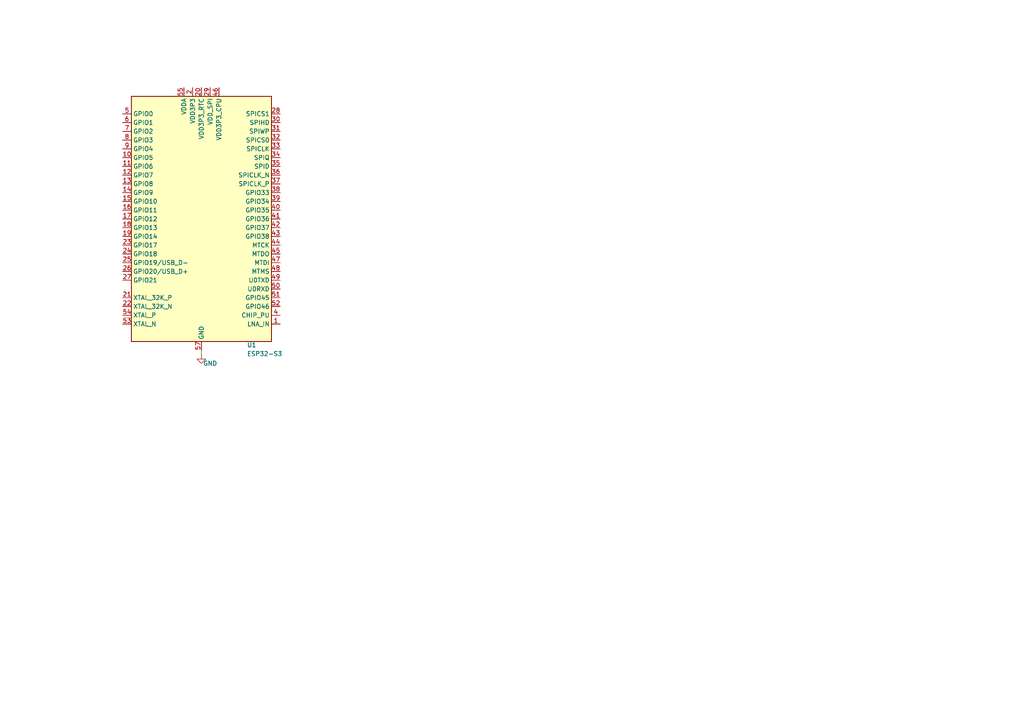
<source format=kicad_sch>
(kicad_sch (version 20250114) (generator "eeschema") (generator_version "9.0")
  (paper "A4")
  (lib_symbols
    (symbol "MCU_Espressif:ESP32-S3"
      (property "Reference" "U" (at 10.16 -38.1 0))
      (property "Value" "ESP32-S3" (at 13.97 -40.64 0))
      (symbol "ESP32-S3_0_1"
        (rectangle (start -20.32 35.56) (end 20.32 -35.56) (stroke (width 0.254)) (fill (type background)))
      )
      (symbol "ESP32-S3_1_0"
        (pin passive line (at -5.08 38.1 270) (length 2.54) (hide yes) (name "VDDA") (number "56"))
        (pin bidirectional line (at 22.86 12.7 180) (length 2.54) (name "SPICLK_N") (number "36"))
        (pin bidirectional line (at 22.86 -10.16 180) (length 2.54) (name "MTDO") (number "45"))
        (pin bidirectional line (at 22.86 -22.86 180) (length 2.54) (name "GPIO45") (number "51"))
      )
      (symbol "ESP32-S3_1_1"
        (pin bidirectional line (at -22.86 30.48 0) (length 2.54) (name "GPIO0") (number "5"))
        (pin bidirectional line (at -22.86 27.94 0) (length 2.54) (name "GPIO1") (number "6"))
        (pin bidirectional line (at -22.86 25.4 0) (length 2.54) (name "GPIO2") (number "7"))
        (pin bidirectional line (at -22.86 22.86 0) (length 2.54) (name "GPIO3") (number "8"))
        (pin bidirectional line (at -22.86 20.32 0) (length 2.54) (name "GPIO4") (number "9"))
        (pin bidirectional line (at -22.86 17.78 0) (length 2.54) (name "GPIO5") (number "10"))
        (pin bidirectional line (at -22.86 15.24 0) (length 2.54) (name "GPIO6") (number "11"))
        (pin bidirectional line (at -22.86 12.7 0) (length 2.54) (name "GPIO7") (number "12"))
        (pin bidirectional line (at -22.86 10.16 0) (length 2.54) (name "GPIO8") (number "13"))
        (pin bidirectional line (at -22.86 7.62 0) (length 2.54) (name "GPIO9") (number "14"))
        (pin bidirectional line (at -22.86 5.08 0) (length 2.54) (name "GPIO10") (number "15"))
        (pin bidirectional line (at -22.86 2.54 0) (length 2.54) (name "GPIO11") (number "16"))
        (pin bidirectional line (at -22.86 0 0) (length 2.54) (name "GPIO12") (number "17"))
        (pin bidirectional line (at -22.86 -2.54 0) (length 2.54) (name "GPIO13") (number "18"))
        (pin bidirectional line (at -22.86 -5.08 0) (length 2.54) (name "GPIO14") (number "19"))
        (pin bidirectional line (at -22.86 -7.62 0) (length 2.54) (name "GPIO17") (number "23"))
        (pin bidirectional line (at -22.86 -10.16 0) (length 2.54) (name "GPIO18") (number "24"))
        (pin bidirectional line (at -22.86 -12.7 0) (length 2.54) (name "GPIO19/USB_D-") (number "25"))
        (pin bidirectional line (at -22.86 -15.24 0) (length 2.54) (name "GPIO20/USB_D+") (number "26"))
        (pin bidirectional line (at -22.86 -17.78 0) (length 2.54) (name "GPIO21") (number "27"))
        (pin passive line (at -22.86 -22.86 0) (length 2.54) (name "XTAL_32K_P") (number "21"))
        (pin passive line (at -22.86 -25.4 0) (length 2.54) (name "XTAL_32K_N") (number "22"))
        (pin input line (at -22.86 -27.94 0) (length 2.54) (name "XTAL_P") (number "54"))
        (pin output line (at -22.86 -30.48 0) (length 2.54) (name "XTAL_N") (number "53"))
        (pin power_in line (at -5.08 38.1 270) (length 2.54) (name "VDDA") (number "55"))
        (pin power_in line (at -2.54 38.1 270) (length 2.54) (name "VDD3P3") (number "2"))
        (pin passive line (at -2.54 38.1 270) (length 2.54) (hide yes) (name "VDD3P3") (number "3"))
        (pin power_in line (at 0 38.1 270) (length 2.54) (name "VDD3P3_RTC") (number "20"))
        (pin power_in line (at 0 -38.1 90) (length 2.54) (name "GND") (number "57"))
        (pin power_in line (at 2.54 38.1 270) (length 2.54) (name "VDD_SPI") (number "29"))
        (pin power_in line (at 5.08 38.1 270) (length 2.54) (name "VDD3P3_CPU") (number "46"))
        (pin bidirectional line (at 22.86 30.48 180) (length 2.54) (name "SPICS1") (number "28"))
        (pin bidirectional line (at 22.86 27.94 180) (length 2.54) (name "SPIHD") (number "30"))
        (pin bidirectional line (at 22.86 25.4 180) (length 2.54) (name "SPIWP") (number "31"))
        (pin bidirectional line (at 22.86 22.86 180) (length 2.54) (name "SPICS0") (number "32"))
        (pin bidirectional line (at 22.86 20.32 180) (length 2.54) (name "SPICLK") (number "33"))
        (pin bidirectional line (at 22.86 17.78 180) (length 2.54) (name "SPIQ") (number "34"))
        (pin bidirectional line (at 22.86 15.24 180) (length 2.54) (name "SPID") (number "35"))
        (pin bidirectional line (at 22.86 10.16 180) (length 2.54) (name "SPICLK_P") (number "37"))
        (pin bidirectional line (at 22.86 7.62 180) (length 2.54) (name "GPIO33") (number "38"))
        (pin bidirectional line (at 22.86 5.08 180) (length 2.54) (name "GPIO34") (number "39"))
        (pin bidirectional line (at 22.86 2.54 180) (length 2.54) (name "GPIO35") (number "40"))
        (pin bidirectional line (at 22.86 0 180) (length 2.54) (name "GPIO36") (number "41"))
        (pin bidirectional line (at 22.86 -2.54 180) (length 2.54) (name "GPIO37") (number "42"))
        (pin bidirectional line (at 22.86 -5.08 180) (length 2.54) (name "GPIO38") (number "43"))
        (pin bidirectional line (at 22.86 -7.62 180) (length 2.54) (name "MTCK") (number "44"))
        (pin bidirectional line (at 22.86 -12.7 180) (length 2.54) (name "MTDI") (number "47"))
        (pin bidirectional line (at 22.86 -15.24 180) (length 2.54) (name "MTMS") (number "48"))
        (pin bidirectional line (at 22.86 -17.78 180) (length 2.54) (name "U0TXD") (number "49"))
        (pin bidirectional line (at 22.86 -20.32 180) (length 2.54) (name "U0RXD") (number "50"))
        (pin bidirectional line (at 22.86 -25.4 180) (length 2.54) (name "GPIO46") (number "52"))
        (pin input line (at 22.86 -27.94 180) (length 2.54) (name "CHIP_PU") (number "4"))
        (pin bidirectional line (at 22.86 -30.48 180) (length 2.54) (name "LNA_IN") (number "1"))
      )
    )
    (symbol "power:GND" (power) (pin_numbers (hide yes)) (pin_names (offset 0) (hide yes))
      (property "Value" "GND" (at 0 -3.81 0))
      (symbol "GND_0_1"
        (polyline (pts (xy 0 0) (xy 0 -1.27) (xy 1.27 -1.27) (xy 0 -2.54) (xy -1.27 -1.27) (xy 0 -1.27)))
      )
      (symbol "GND_1_1"
        (pin power_in line (at 0 0 270) (length 0) (name "~") (number "1"))
      )
    )
  )
  (wire (pts (xy 58.42 102.87) (xy 58.42 101.6)))
  (symbol (lib_id "power:GND") (at 58.42 102.87 0) (unit 1)
    (property "Reference" "#PWR01" (effects (hide yes)))
    (property "Value" "GND" (at 60.96 105.41 0))
    (property "Description" "Power symbol creates a global label with name \"GND\" , ground" (effects (hide yes)))
  )
  (symbol (lib_id "MCU_Espressif:ESP32-S3") (at 58.42 63.5 0) (unit 1)
    (property "Reference" "U1" (at 71.628 100.076 0) (effects (justify left)))
    (property "Value" "ESP32-S3" (at 71.628 102.616 0) (effects (justify left)))
    (property "Footprint" "Package_DFN_QFN:QFN-56-1EP_7x7mm_P0.4mm_EP4x4mm" (effects (hide yes)))
    (property "Datasheet" "https://www.espressif.com/sites/default/files/documentation/esp32-s3_datasheet_en.pdf" (effects (hide yes)))
    (property "Description" "Microcontroller, Wi-Fi 802.11b/g/n, Bluetooth, 32bit" (effects (hide yes)))
  )
)
</source>
